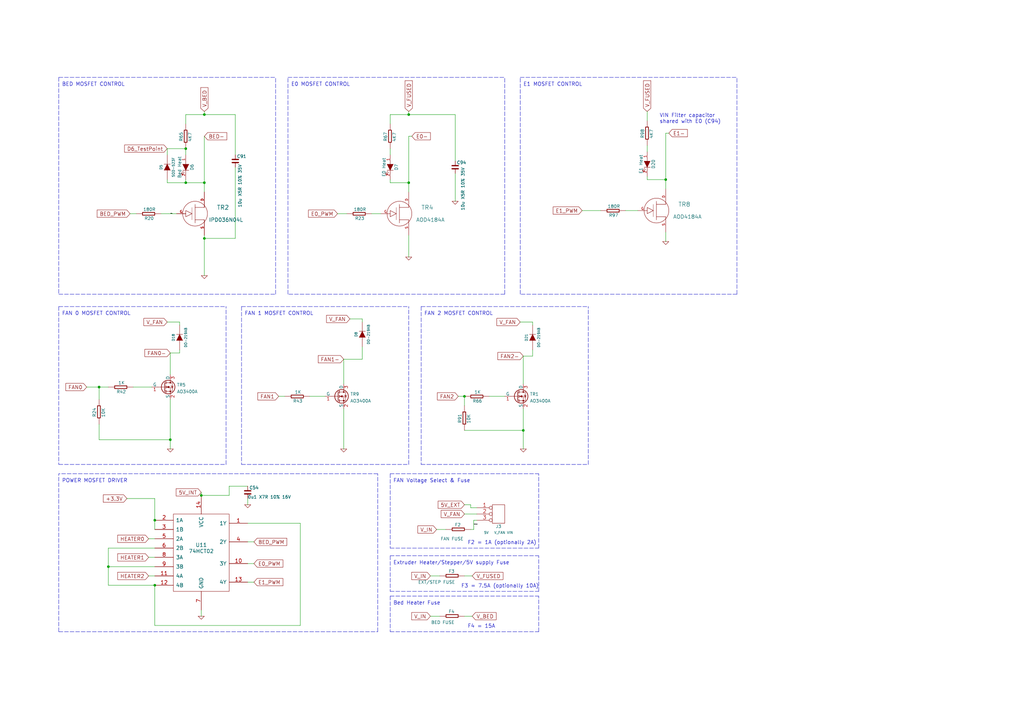
<source format=kicad_sch>
(kicad_sch (version 20211123) (generator eeschema)
  (paper "A3")
  (title_block (title "Duet 2") (date "2023-04-06") (rev "1.06") (company "Duet3D") (comment 1 "https://github.com/T3P3/Duet/blob/master/LICENSE"))
  (lib_symbols
    (symbol "Device:Q_NMOS_GSD" (pin_names (offset 0))
      (property "Reference" "Q" (at 5.08 1.27 0))
      (property "Value" "Q_NMOS_GSD" (at 5.08 -1.27 0))
      (symbol "Q_NMOS_GSD_0_1"
        (polyline (pts (xy 0.254 0) (xy -2.54 0)))
        (polyline (pts (xy 0.254 1.905) (xy 0.254 -1.905)) (stroke (width 0.254)))
        (polyline (pts (xy 0.762 -1.27) (xy 0.762 -2.286)) (stroke (width 0.254)))
        (polyline (pts (xy 0.762 0.508) (xy 0.762 -0.508)) (stroke (width 0.254)))
        (polyline (pts (xy 0.762 2.286) (xy 0.762 1.27)) (stroke (width 0.254)))
        (polyline (pts (xy 2.54 2.54) (xy 2.54 1.778)))
        (polyline (pts (xy 2.54 -2.54) (xy 2.54 0) (xy 0.762 0)))
        (polyline (pts (xy 0.762 -1.778) (xy 3.302 -1.778) (xy 3.302 1.778) (xy 0.762 1.778)))
        (polyline (pts (xy 1.016 0) (xy 2.032 0.381) (xy 2.032 -0.381) (xy 1.016 0)) (fill (type outline)))
        (polyline (pts (xy 2.794 0.508) (xy 2.921 0.381) (xy 3.683 0.381) (xy 3.81 0.254)))
        (polyline (pts (xy 3.302 0.381) (xy 2.921 -0.254) (xy 3.683 -0.254) (xy 3.302 0.381)))
        (circle (center 1.651 0) (radius 2.794) (stroke (width 0.254)))
        (circle (center 2.54 -1.778) (radius 0.254) (fill (type outline)))
        (circle (center 2.54 1.778) (radius 0.254) (fill (type outline)))
      )
      (symbol "Q_NMOS_GSD_1_1"
        (pin input line (at -5.08 0 0) (length 2.54) (name "G") (number "1"))
        (pin passive line (at 2.54 -5.08 90) (length 2.54) (name "S") (number "2"))
        (pin passive line (at 2.54 5.08 270) (length 2.54) (name "D") (number "3"))
      )
    )
    (symbol "DuetWifi:74HCT02" (pin_names (offset 1.016))
      (property "Reference" "U" (at 0 1.27 0))
      (property "Value" "74HCT02" (at 0 -1.27 0))
      (symbol "74HCT02_0_1"
        (rectangle (start -11.43 13.97) (end 11.43 -17.78))
      )
      (symbol "74HCT02_1_1"
        (pin power_in line (at 19.05 10.16 180) (length 7.62) (name "1Y") (number "1"))
        (pin power_in line (at 19.05 -6.35 180) (length 7.62) (name "3Y") (number "10"))
        (pin power_in line (at -19.05 -11.43 0) (length 7.62) (name "4A") (number "11"))
        (pin power_in line (at -19.05 -15.24 0) (length 7.62) (name "4B") (number "12"))
        (pin power_in line (at 19.05 -13.97 180) (length 7.62) (name "4Y") (number "13"))
        (pin power_in line (at 0 21.59 270) (length 7.62) (name "VCC") (number "14"))
        (pin power_in line (at -19.05 11.43 0) (length 7.62) (name "1A") (number "2"))
        (pin power_in line (at -19.05 7.62 0) (length 7.62) (name "1B") (number "3"))
        (pin power_in line (at 19.05 2.54 180) (length 7.62) (name "2Y") (number "4"))
        (pin power_in line (at -19.05 3.81 0) (length 7.62) (name "2A") (number "5"))
        (pin power_in line (at -19.05 0 0) (length 7.62) (name "2B") (number "6"))
        (pin power_in line (at 0 -25.4 90) (length 7.62) (name "GND") (number "7"))
        (pin power_in line (at -19.05 -3.81 0) (length 7.62) (name "3A") (number "8"))
        (pin power_in line (at -19.05 -7.62 0) (length 7.62) (name "3B") (number "9"))
      )
    )
    (symbol "DuetWifi:CONN3" (pin_names (offset 1.016) hide)
      (property "Reference" "J" (at 0 -5.08 0))
      (property "Value" "CONN3" (at 1.27 0 90))
      (symbol "CONN3_0_1"
        (rectangle (start -2.54 3.81) (end 2.54 -3.81))
      )
      (symbol "CONN3_1_1"
        (pin passive inverted (at -8.89 2.54 0) (length 6.35) (name "P1") (number "1"))
        (pin passive inverted (at -8.89 0 0) (length 6.35) (name "PM") (number "2"))
        (pin passive inverted (at -8.89 -2.54 0) (length 6.35) (name "P3") (number "3"))
      )
    )
    (symbol "DuetWifi:C_SMALL" (pin_numbers hide) (pin_names (offset 0.254))
      (property "Reference" "C" (at 0.635 1.905 0))
      (property "Value" "C_SMALL" (at 0 -1.905 0))
      (symbol "C_SMALL_0_1"
        (polyline (pts (xy -1.27 -0.635) (xy 1.27 -0.635)) (stroke (width 0.508)))
        (polyline (pts (xy -1.27 0.635) (xy 1.27 0.635)) (stroke (width 0.508)))
      )
      (symbol "C_SMALL_1_1"
        (pin passive line (at 0 2.54 270) (length 1.905) (name "~") (number "1"))
        (pin passive line (at 0 -2.54 90) (length 1.905) (name "~") (number "2"))
      )
    )
    (symbol "DuetWifi:DIODE" (pin_numbers hide) (pin_names (offset 1.016) hide)
      (property "Reference" "D" (at 0 2.54 0))
      (property "Value" "DIODE" (at 0 -2.54 0))
      (symbol "DIODE_0_1"
        (polyline (pts (xy 1.27 1.27) (xy 1.27 -1.27)) (stroke (width 0.1524)))
        (polyline (pts (xy -1.27 1.27) (xy 1.27 0) (xy -1.27 -1.27)) (fill (type outline)))
      )
      (symbol "DIODE_1_1"
        (pin passive line (at 5.08 0 180) (length 3.81) (name "K") (number "1"))
        (pin passive line (at -5.08 0 0) (length 3.81) (name "A") (number "2"))
      )
    )
    (symbol "DuetWifi:GND" (power) (pin_names (offset 0))
      (symbol "GND_0_1"
        (polyline (pts (xy -1.27 0) (xy 0 -1.27) (xy 1.27 0) (xy -1.27 0)))
      )
      (symbol "GND_1_1"
        (pin power_in line (at 0 0 90) (length 0) hide (name "GND") (number "1"))
      )
    )
    (symbol "DuetWifi:IPD036N04L" (pin_names (offset 0.762) hide)
      (property "Reference" "TR" (at -2.4638 6.35 0))
      (property "Value" "IPD036N04L" (at -3.7338 -7.5438 0))
      (symbol "IPD036N04L_0_1"
        (polyline (pts (xy 0 -3.81) (xy 0 3.81)) (stroke (width 0.1524)))
        (polyline (pts (xy 0 -2.54) (xy 3.81 -2.54)))
        (polyline (pts (xy 0 2.54) (xy 3.81 2.54)))
        (polyline (pts (xy -1.27 2.54) (xy -1.27 -2.54) (xy -1.27 -2.54)) (stroke (width 0.1016)))
        (polyline (pts (xy -1.27 0) (xy -3.81 -1.27) (xy -3.81 1.27) (xy -1.27 0) (xy -1.27 0)))
        (circle (center 0 0) (radius 5.08))
      )
      (symbol "IPD036N04L_1_1"
        (pin passive line (at 3.81 8.89 270) (length 6.35) (name "D") (number "D"))
        (pin input line (at -7.62 0 0) (length 3.81) (name "G") (number "G"))
        (pin passive line (at 3.81 -8.89 90) (length 6.35) (name "S") (number "S"))
      )
    )
    (symbol "DuetWifi:LED" (pin_names (offset 1.016) hide)
      (property "Reference" "D" (at 0 2.54 0))
      (property "Value" "LED" (at 0 -2.54 0))
      (symbol "LED_0_1"
        (polyline (pts (xy 1.27 1.27) (xy 1.27 -1.27)))
        (polyline (pts (xy -1.27 1.27) (xy 1.27 0) (xy -1.27 -1.27)) (fill (type outline)))
        (polyline (pts (xy 1.651 -1.016) (xy 2.794 -2.032) (xy 2.667 -1.397)))
        (polyline (pts (xy 2.032 -0.635) (xy 3.175 -1.651) (xy 3.048 -1.016)))
      )
      (symbol "LED_1_1"
        (pin passive line (at -5.08 0 0) (length 3.81) (name "A") (number "1"))
        (pin passive line (at 5.08 0 180) (length 3.81) (name "K") (number "2"))
      )
    )
    (symbol "DuetWifi:R_SMALL" (pin_numbers hide) (pin_names (offset 0))
      (property "Reference" "R" (at 1.905 0.2032 90))
      (property "Value" "R_SMALL" (at -1.7272 0.3048 90))
      (symbol "R_SMALL_0_1"
        (rectangle (start -0.508 2.4892) (end 0.635 -2.4892) (stroke (width 0.3048)))
      )
      (symbol "R_SMALL_1_1"
        (pin passive line (at 0 5.08 270) (length 2.54) (name "~") (number "1"))
        (pin passive line (at 0 -5.08 90) (length 2.54) (name "~") (number "2"))
      )
    )
  )
  (junction (at 83.82 46.99))
  (junction (at 273.05 73.66))
  (junction (at 44.45 232.41))
  (junction (at 63.5 240.03))
  (junction (at 83.82 74.93))
  (junction (at 76.2 60.96))
  (junction (at 63.5 213.36))
  (junction (at 69.85 180.34))
  (junction (at 167.64 74.93))
  (junction (at 40.64 158.75))
  (junction (at 167.64 46.99))
  (junction (at 214.63 176.53))
  (junction (at 76.2 74.93))
  (junction (at 83.82 97.79))
  (junction (at 190.5 162.56))
  (junction (at 82.55 203.2))
  (polyline (pts (xy 220.98 242.57) (xy 220.98 227.965)))
  (polyline (pts (xy 99.06 190.5) (xy 167.64 190.5)))
  (wire (pts (xy 148.59 130.81) (xy 143.51 130.81)))
  (wire (pts (xy 40.64 158.75) (xy 44.45 158.75)))
  (wire (pts (xy 76.2 60.96) (xy 68.58 60.96)))
  (wire (pts (xy 140.97 147.32) (xy 140.97 157.48)))
  (wire (pts (xy 63.5 204.47) (xy 63.5 213.36)))
  (polyline (pts (xy 24.13 190.5) (xy 92.71 190.5)))
  (wire (pts (xy 104.14 222.25) (xy 101.6 222.25)))
  (wire (pts (xy 83.82 74.93) (xy 83.82 78.74)))
  (wire (pts (xy 123.19 256.54) (xy 63.5 256.54)))
  (wire (pts (xy 44.45 240.03) (xy 44.45 232.41)))
  (wire (pts (xy 274.32 54.61) (xy 273.05 54.61)))
  (polyline (pts (xy 24.13 31.75) (xy 113.03 31.75)))
  (wire (pts (xy 69.85 163.83) (xy 69.85 180.34)))
  (wire (pts (xy 60.96 236.22) (xy 63.5 236.22)))
  (wire (pts (xy 93.98 199.39) (xy 101.6 199.39)))
  (wire (pts (xy 138.43 87.63) (xy 142.24 87.63)))
  (polyline (pts (xy 213.36 120.65) (xy 213.36 31.75)))
  (wire (pts (xy 35.56 158.75) (xy 40.64 158.75)))
  (polyline (pts (xy 160.02 194.31) (xy 220.98 194.31)))
  (wire (pts (xy 167.64 46.99) (xy 186.69 46.99)))
  (wire (pts (xy 167.64 45.72) (xy 167.64 46.99)))
  (wire (pts (xy 93.98 203.2) (xy 93.98 199.39)))
  (wire (pts (xy 66.04 87.63) (xy 72.39 87.63)))
  (polyline (pts (xy 172.72 125.73) (xy 172.72 190.5)))
  (wire (pts (xy 140.97 167.64) (xy 140.97 184.15)))
  (wire (pts (xy 182.88 217.17) (xy 179.07 217.17)))
  (wire (pts (xy 73.66 132.08) (xy 68.58 132.08)))
  (wire (pts (xy 76.2 46.99) (xy 76.2 50.8)))
  (wire (pts (xy 83.82 96.52) (xy 83.82 97.79)))
  (wire (pts (xy 63.5 213.36) (xy 63.5 217.17)))
  (wire (pts (xy 68.58 60.96) (xy 68.58 63.5)))
  (wire (pts (xy 190.5 252.73) (xy 193.675 252.73)))
  (wire (pts (xy 73.66 133.35) (xy 73.66 132.08)))
  (wire (pts (xy 160.02 74.93) (xy 160.02 73.66)))
  (polyline (pts (xy 213.36 31.75) (xy 302.26 31.75)))
  (wire (pts (xy 218.44 132.08) (xy 213.36 132.08)))
  (wire (pts (xy 190.5 210.82) (xy 195.58 210.82)))
  (wire (pts (xy 69.85 144.78) (xy 69.85 153.67)))
  (wire (pts (xy 76.2 46.99) (xy 83.82 46.99)))
  (polyline (pts (xy 302.26 120.65) (xy 213.36 120.65)))
  (wire (pts (xy 167.64 55.88) (xy 167.64 74.93)))
  (wire (pts (xy 265.43 59.69) (xy 265.43 62.23)))
  (wire (pts (xy 83.82 55.88) (xy 83.82 74.93)))
  (wire (pts (xy 63.5 240.03) (xy 44.45 240.03)))
  (polyline (pts (xy 118.11 120.65) (xy 118.11 31.75)))
  (wire (pts (xy 160.02 46.99) (xy 160.02 50.8)))
  (wire (pts (xy 160.02 46.99) (xy 167.64 46.99)))
  (wire (pts (xy 44.45 224.79) (xy 63.5 224.79)))
  (polyline (pts (xy 220.98 224.79) (xy 220.98 194.31)))
  (wire (pts (xy 96.52 97.79) (xy 83.82 97.79)))
  (wire (pts (xy 40.64 180.34) (xy 69.85 180.34)))
  (wire (pts (xy 238.76 86.36) (xy 246.38 86.36)))
  (wire (pts (xy 68.58 74.93) (xy 76.2 74.93)))
  (wire (pts (xy 76.2 74.93) (xy 83.82 74.93)))
  (wire (pts (xy 256.54 86.36) (xy 261.62 86.36)))
  (wire (pts (xy 52.07 204.47) (xy 63.5 204.47)))
  (wire (pts (xy 207.01 162.56) (xy 200.66 162.56)))
  (wire (pts (xy 53.34 87.63) (xy 55.88 87.63)))
  (wire (pts (xy 190.5 162.56) (xy 187.96 162.56)))
  (wire (pts (xy 190.5 176.53) (xy 214.63 176.53)))
  (wire (pts (xy 69.85 144.78) (xy 73.66 144.78)))
  (wire (pts (xy 186.69 46.99) (xy 186.69 66.04)))
  (wire (pts (xy 123.19 214.63) (xy 123.19 256.54)))
  (polyline (pts (xy 207.01 120.65) (xy 207.01 31.75)))
  (wire (pts (xy 190.5 166.37) (xy 190.5 162.56)))
  (wire (pts (xy 62.23 158.75) (xy 54.61 158.75)))
  (wire (pts (xy 214.63 146.05) (xy 214.63 157.48)))
  (wire (pts (xy 133.35 162.56) (xy 127 162.56)))
  (wire (pts (xy 44.45 232.41) (xy 63.5 232.41)))
  (wire (pts (xy 214.63 167.64) (xy 214.63 176.53)))
  (wire (pts (xy 180.34 252.73) (xy 176.53 252.73)))
  (wire (pts (xy 193.04 207.01) (xy 193.04 208.28)))
  (wire (pts (xy 60.96 228.6) (xy 63.5 228.6)))
  (wire (pts (xy 160.02 60.96) (xy 160.02 63.5)))
  (polyline (pts (xy 160.02 194.31) (xy 160.02 224.79)))
  (polyline (pts (xy 24.13 125.73) (xy 24.13 190.5)))
  (wire (pts (xy 265.43 73.66) (xy 265.43 72.39)))
  (wire (pts (xy 167.64 96.52) (xy 167.64 105.41)))
  (polyline (pts (xy 160.02 259.08) (xy 220.98 259.08)))
  (wire (pts (xy 140.97 147.32) (xy 148.59 147.32)))
  (wire (pts (xy 76.2 60.96) (xy 76.2 63.5)))
  (wire (pts (xy 148.59 132.08) (xy 148.59 130.81)))
  (polyline (pts (xy 99.06 125.73) (xy 167.64 125.73)))
  (wire (pts (xy 265.43 45.72) (xy 265.43 49.53)))
  (polyline (pts (xy 302.26 120.65) (xy 302.26 31.75)))
  (polyline (pts (xy 241.3 190.5) (xy 241.3 125.73)))
  (wire (pts (xy 148.59 147.32) (xy 148.59 142.24)))
  (wire (pts (xy 214.63 146.05) (xy 218.44 146.05)))
  (wire (pts (xy 218.44 146.05) (xy 218.44 143.51)))
  (wire (pts (xy 82.55 203.2) (xy 82.55 201.93)))
  (wire (pts (xy 180.34 236.22) (xy 176.53 236.22)))
  (polyline (pts (xy 154.94 194.31) (xy 24.13 194.31)))
  (wire (pts (xy 273.05 73.66) (xy 265.43 73.66)))
  (wire (pts (xy 273.05 99.06) (xy 273.05 95.25)))
  (wire (pts (xy 190.5 236.22) (xy 193.675 236.22)))
  (polyline (pts (xy 160.02 244.475) (xy 160.02 259.08)))
  (wire (pts (xy 186.69 71.12) (xy 186.69 82.55)))
  (wire (pts (xy 168.91 55.88) (xy 167.64 55.88)))
  (wire (pts (xy 82.55 250.19) (xy 82.55 252.73)))
  (wire (pts (xy 152.4 87.63) (xy 156.21 87.63)))
  (wire (pts (xy 73.66 144.78) (xy 73.66 143.51)))
  (wire (pts (xy 82.55 203.2) (xy 93.98 203.2)))
  (wire (pts (xy 69.85 180.34) (xy 69.85 184.15)))
  (wire (pts (xy 96.52 68.58) (xy 96.52 97.79)))
  (wire (pts (xy 101.6 238.76) (xy 104.14 238.76)))
  (polyline (pts (xy 207.01 120.65) (xy 118.11 120.65)))
  (polyline (pts (xy 160.02 227.965) (xy 160.02 242.57)))
  (polyline (pts (xy 118.11 31.75) (xy 207.01 31.75)))
  (wire (pts (xy 218.44 133.35) (xy 218.44 132.08)))
  (polyline (pts (xy 24.13 31.75) (xy 24.13 120.65)))
  (wire (pts (xy 167.64 74.93) (xy 167.64 78.74)))
  (wire (pts (xy 194.31 217.17) (xy 194.31 213.36)))
  (polyline (pts (xy 160.02 244.475) (xy 220.98 244.475)))
  (wire (pts (xy 101.6 214.63) (xy 123.19 214.63)))
  (wire (pts (xy 167.64 74.93) (xy 160.02 74.93)))
  (polyline (pts (xy 113.03 120.65) (xy 113.03 31.75)))
  (wire (pts (xy 214.63 176.53) (xy 214.63 184.15)))
  (wire (pts (xy 40.64 173.99) (xy 40.64 180.34)))
  (wire (pts (xy 63.5 256.54) (xy 63.5 240.03)))
  (wire (pts (xy 76.2 73.66) (xy 76.2 74.93)))
  (polyline (pts (xy 154.94 259.08) (xy 154.94 194.31)))
  (wire (pts (xy 83.82 97.79) (xy 83.82 113.03)))
  (wire (pts (xy 193.04 217.17) (xy 194.31 217.17)))
  (wire (pts (xy 96.52 46.99) (xy 96.52 63.5)))
  (wire (pts (xy 40.64 158.75) (xy 40.64 163.83)))
  (polyline (pts (xy 172.72 125.73) (xy 241.3 125.73)))
  (wire (pts (xy 273.05 73.66) (xy 273.05 77.47)))
  (polyline (pts (xy 24.13 125.73) (xy 92.71 125.73)))
  (polyline (pts (xy 24.13 259.08) (xy 24.13 194.31)))
  (wire (pts (xy 273.05 54.61) (xy 273.05 73.66)))
  (wire (pts (xy 83.82 45.72) (xy 83.82 46.99)))
  (wire (pts (xy 60.96 220.98) (xy 63.5 220.98)))
  (polyline (pts (xy 160.02 227.965) (xy 220.98 227.965)))
  (polyline (pts (xy 220.98 259.08) (xy 220.98 244.475)))
  (wire (pts (xy 190.5 207.01) (xy 193.04 207.01)))
  (wire (pts (xy 101.6 204.47) (xy 101.6 207.01)))
  (polyline (pts (xy 24.13 259.08) (xy 154.94 259.08)))
  (polyline (pts (xy 99.06 125.73) (xy 99.06 190.5)))
  (wire (pts (xy 104.14 231.14) (xy 101.6 231.14)))
  (polyline (pts (xy 92.71 190.5) (xy 92.71 125.73)))
  (wire (pts (xy 194.31 213.36) (xy 195.58 213.36)))
  (polyline (pts (xy 24.13 120.65) (xy 113.03 120.65)))
  (wire (pts (xy 193.04 208.28) (xy 195.58 208.28)))
  (polyline (pts (xy 172.72 190.5) (xy 241.3 190.5)))
  (wire (pts (xy 68.58 74.93) (xy 68.58 73.66)))
  (wire (pts (xy 116.84 162.56) (xy 114.3 162.56)))
  (polyline (pts (xy 160.02 242.57) (xy 220.98 242.57)))
  (wire (pts (xy 44.45 232.41) (xy 44.45 224.79)))
  (polyline (pts (xy 160.02 224.79) (xy 220.98 224.79)))
  (polyline (pts (xy 167.64 190.5) (xy 167.64 125.73)))
  (wire (pts (xy 83.82 46.99) (xy 96.52 46.99)))
  (text "Bed Heater Fuse" (at 161.29 248.285 0) (effects (font (size 1.524 1.524)) (justify left bottom)))
  (text "F2 = 1A (optionally 2A)" (at 191.77 223.52 0) (effects (font (size 1.524 1.524)) (justify left bottom)))
  (text "Extruder Heater/Stepper/5V supply Fuse" (at 161.29 231.775 0) (effects (font (size 1.524 1.524)) (justify left bottom)))
  (text "FAN 1 MOSFET CONTROL" (at 100.33 129.54 0) (effects (font (size 1.524 1.524)) (justify left bottom)))
  (text "F4 = 15A" (at 191.77 257.81 0) (effects (font (size 1.524 1.524)) (justify left bottom)))
  (text "FAN 0 MOSFET CONTROL" (at 25.4 129.54 0) (effects (font (size 1.524 1.524)) (justify left bottom)))
  (text "FAN 2 MOSFET CONTROL" (at 173.99 129.54 0) (effects (font (size 1.524 1.524)) (justify left bottom)))
  (text "VIN Filter capacitor\nshared with E0 (C94)" (at 270.51 50.8 0) (effects (font (size 1.524 1.524)) (justify left bottom)))
  (text "POWER MOSFET DRIVER" (at 25.4 198.12 0) (effects (font (size 1.524 1.524)) (justify left bottom)))
  (text "E1 MOSFET CONTROL" (at 214.63 35.56 0) (effects (font (size 1.524 1.524)) (justify left bottom)))
  (text "E0 MOSFET CONTROL" (at 119.38 35.56 0) (effects (font (size 1.524 1.524)) (justify left bottom)))
  (text " F3 = 7.5A (optionally 10A)" (at 187.96 241.3 0) (effects (font (size 1.524 1.524)) (justify left bottom)))
  (text "BED MOSFET CONTROL" (at 25.4 35.56 0) (effects (font (size 1.524 1.524)) (justify left bottom)))
  (text "FAN Voltage Select & Fuse" (at 161.29 198.12 0) (effects (font (size 1.524 1.524)) (justify left bottom)))
  (label "vfanfused" (at 194.31 215.138 0) (effects (font (size 0.2 0.2))))
  (label "bedg" (at 69.85 87.63 0) (effects (font (size 0.2 0.2))))
  (global_label "BED_PWM" (shape input) (at 53.34 87.63 180) (effects (font (size 1.524 1.524))) (property "Intersheet References" "${INTERSHEET_REFS}" (effects hide)))
  (global_label "V_FAN" (shape input) (at 213.36 132.08 180) (effects (font (size 1.524 1.524))) (property "Intersheet References" "${INTERSHEET_REFS}" (effects hide)))
  (global_label "V_BED" (shape input) (at 83.82 45.72 90) (effects (font (size 1.524 1.524))) (property "Intersheet References" "${INTERSHEET_REFS}" (effects hide)))
  (global_label "HEATER0" (shape input) (at 60.96 220.98 180) (effects (font (size 1.524 1.524))) (property "Intersheet References" "${INTERSHEET_REFS}" (effects hide)))
  (global_label "E1-" (shape input) (at 274.32 54.61 0) (effects (font (size 1.524 1.524))) (property "Intersheet References" "${INTERSHEET_REFS}" (effects hide)))
  (global_label "FAN0-" (shape input) (at 69.85 144.78 180) (effects (font (size 1.524 1.524))) (property "Intersheet References" "${INTERSHEET_REFS}" (effects hide)))
  (global_label "V_BED" (shape input) (at 193.675 252.73 0) (effects (font (size 1.524 1.524))) (property "Intersheet References" "${INTERSHEET_REFS}" (effects hide)))
  (global_label "E0-" (shape input) (at 168.91 55.88 0) (effects (font (size 1.524 1.524))) (property "Intersheet References" "${INTERSHEET_REFS}" (effects hide)))
  (global_label "5V_EXT" (shape input) (at 190.5 207.01 180) (effects (font (size 1.524 1.524))) (property "Intersheet References" "${INTERSHEET_REFS}" (effects hide)))
  (global_label "V_FAN" (shape input) (at 190.5 210.82 180) (effects (font (size 1.524 1.524))) (property "Intersheet References" "${INTERSHEET_REFS}" (effects hide)))
  (global_label "E0_PWM" (shape input) (at 138.43 87.63 180) (effects (font (size 1.524 1.524))) (property "Intersheet References" "${INTERSHEET_REFS}" (effects hide)))
  (global_label "E1_PWM" (shape input) (at 104.14 238.76 0) (effects (font (size 1.524 1.524))) (property "Intersheet References" "${INTERSHEET_REFS}" (effects hide)))
  (global_label "E1_PWM" (shape input) (at 238.76 86.36 180) (effects (font (size 1.524 1.524))) (property "Intersheet References" "${INTERSHEET_REFS}" (effects hide)))
  (global_label "V_IN" (shape input) (at 176.53 252.73 180) (effects (font (size 1.524 1.524))) (property "Intersheet References" "${INTERSHEET_REFS}" (effects hide)))
  (global_label "5V_INT" (shape input) (at 82.55 201.93 180) (effects (font (size 1.524 1.524))) (property "Intersheet References" "${INTERSHEET_REFS}" (effects hide)))
  (global_label "V_IN" (shape input) (at 176.53 236.22 180) (effects (font (size 1.524 1.524))) (property "Intersheet References" "${INTERSHEET_REFS}" (effects hide)))
  (global_label "E0_PWM" (shape input) (at 104.14 231.14 0) (effects (font (size 1.524 1.524))) (property "Intersheet References" "${INTERSHEET_REFS}" (effects hide)))
  (global_label "FAN1-" (shape input) (at 140.97 147.32 180) (effects (font (size 1.524 1.524))) (property "Intersheet References" "${INTERSHEET_REFS}" (effects hide)))
  (global_label "BED_PWM" (shape input) (at 104.14 222.25 0) (effects (font (size 1.524 1.524))) (property "Intersheet References" "${INTERSHEET_REFS}" (effects hide)))
  (global_label "V_FAN" (shape input) (at 143.51 130.81 180) (effects (font (size 1.524 1.524))) (property "Intersheet References" "${INTERSHEET_REFS}" (effects hide)))
  (global_label "V_FAN" (shape input) (at 68.58 132.08 180) (effects (font (size 1.524 1.524))) (property "Intersheet References" "${INTERSHEET_REFS}" (effects hide)))
  (global_label "V_FUSED" (shape input) (at 167.64 45.72 90) (effects (font (size 1.524 1.524))) (property "Intersheet References" "${INTERSHEET_REFS}" (effects hide)))
  (global_label "D6_TestPoint" (shape input) (at 68.58 60.96 180) (effects (font (size 1.524 1.524))) (property "Intersheet References" "${INTERSHEET_REFS}" (effects hide)))
  (global_label "FAN2-" (shape input) (at 214.63 146.05 180) (effects (font (size 1.524 1.524))) (property "Intersheet References" "${INTERSHEET_REFS}" (effects hide)))
  (global_label "FAN0" (shape input) (at 35.56 158.75 180) (effects (font (size 1.524 1.524))) (property "Intersheet References" "${INTERSHEET_REFS}" (effects hide)))
  (global_label "HEATER1" (shape input) (at 60.96 228.6 180) (effects (font (size 1.524 1.524))) (property "Intersheet References" "${INTERSHEET_REFS}" (effects hide)))
  (global_label "+3.3V" (shape input) (at 52.07 204.47 180) (effects (font (size 1.524 1.524))) (property "Intersheet References" "${INTERSHEET_REFS}" (effects hide)))
  (global_label "BED-" (shape input) (at 83.82 55.88 0) (effects (font (size 1.524 1.524))) (property "Intersheet References" "${INTERSHEET_REFS}" (effects hide)))
  (global_label "V_IN" (shape input) (at 179.07 217.17 180) (effects (font (size 1.524 1.524))) (property "Intersheet References" "${INTERSHEET_REFS}" (effects hide)))
  (global_label "FAN2" (shape input) (at 187.96 162.56 180) (effects (font (size 1.524 1.524))) (property "Intersheet References" "${INTERSHEET_REFS}" (effects hide)))
  (global_label "HEATER2" (shape input) (at 60.96 236.22 180) (effects (font (size 1.524 1.524))) (property "Intersheet References" "${INTERSHEET_REFS}" (effects hide)))
  (global_label "FAN1" (shape input) (at 114.3 162.56 180) (effects (font (size 1.524 1.524))) (property "Intersheet References" "${INTERSHEET_REFS}" (effects hide)))
  (global_label "V_FUSED" (shape input) (at 193.675 236.22 0) (effects (font (size 1.524 1.524))) (property "Intersheet References" "${INTERSHEET_REFS}" (effects hide)))
  (global_label "V_FUSED" (shape input) (at 265.43 45.72 90) (effects (font (size 1.524 1.524))) (property "Intersheet References" "${INTERSHEET_REFS}" (effects hide)))
  (symbol (lib_id "DuetWifi:GND") (at 83.82 113.03 0) (unit 1)
    (property "Reference" "#PWR077" (effects hide))
    (property "Value" "GND" (effects hide))
  )
  (symbol (lib_id "DuetWifi:IPD036N04L") (at 80.01 87.63 0) (unit 1)
    (property "Reference" "TR2" (at 91.44 85.09 0) (effects (font (size 1.778 1.778))))
    (property "Value" "IPD036N04L" (at 92.71 90.17 0) (effects (font (size 1.524 1.524))))
    (property "Footprint" "complib:D-PAK" (effects hide))
    (property "Part Number" "IPD90N03S4L03" (effects hide))
  )
  (symbol (lib_id "DuetWifi:LED") (at 76.2 68.58 270) (unit 1)
    (property "Reference" "D6" (at 78.74 68.58 0))
    (property "Value" "Bed Heat" (at 73.66 68.58 0))
    (property "Footprint" "complib:D_0603" (effects hide))
    (property "Part Number" "150060RS75000" (effects hide))
  )
  (symbol (lib_id "DuetWifi:LED") (at 160.02 68.58 270) (unit 1)
    (property "Reference" "D7" (at 162.56 68.58 0))
    (property "Value" "E0 Heat" (at 157.48 68.58 0))
    (property "Footprint" "complib:D_0603" (effects hide))
    (property "Part Number" "150060RS75000" (effects hide))
  )
  (symbol (lib_id "DuetWifi:GND") (at 167.64 105.41 0) (unit 1)
    (property "Reference" "#PWR076" (effects hide))
    (property "Value" "GND" (effects hide))
  )
  (symbol (lib_id "DuetWifi:GND") (at 69.85 184.15 0) (unit 1)
    (property "Reference" "#PWR075" (effects hide))
    (property "Value" "GND" (effects hide))
  )
  (symbol (lib_id "DuetWifi:LED") (at 265.43 67.31 270) (unit 1)
    (property "Reference" "D20" (at 267.97 67.31 0))
    (property "Value" "E1 Heat" (at 262.89 67.31 0))
    (property "Footprint" "complib:D_0603" (effects hide))
    (property "Part Number" "150060RS75000" (effects hide))
  )
  (symbol (lib_id "DuetWifi:GND") (at 140.97 184.15 0) (unit 1)
    (property "Reference" "#PWR078" (effects hide))
    (property "Value" "GND" (effects hide))
  )
  (symbol (lib_id "DuetWifi:74HCT02") (at 82.55 224.79 0) (unit 1)
    (property "Reference" "U11" (at 82.55 223.52 0) (effects (font (size 1.524 1.524))))
    (property "Value" "74HCT02" (at 82.55 226.06 0) (effects (font (size 1.524 1.524))))
    (property "Footprint" "complib:TSSOP-14" (effects hide))
    (property "Part Number" "SN74HCT02PWR" (effects hide))
  )
  (symbol (lib_id "DuetWifi:GND") (at 82.55 252.73 0) (unit 1)
    (property "Reference" "#PWR079" (effects hide))
    (property "Value" "GND" (effects hide))
  )
  (symbol (lib_id "DuetWifi:R_SMALL") (at 76.2 55.88 180) (unit 1)
    (property "Reference" "R65" (at 74.295 56.0832 90))
    (property "Value" "4K7" (at 77.9272 56.1848 90))
    (property "Footprint" "Resistor_SMD:R_0603_1608Metric_Wbry" (effects hide))
    (property "Part Number" "ERJ3EKF4701V" (effects hide))
  )
  (symbol (lib_id "DuetWifi:R_SMALL") (at 160.02 55.88 180) (unit 1)
    (property "Reference" "R67" (at 158.115 56.0832 90))
    (property "Value" "4K7" (at 161.7472 56.1848 90))
    (property "Footprint" "Resistor_SMD:R_0603_1608Metric_Wbry" (effects hide))
    (property "Part Number" "ERJ3EKF4701V" (effects hide))
  )
  (symbol (lib_id "DuetWifi:R_SMALL") (at 265.43 54.61 180) (unit 1)
    (property "Reference" "R98" (at 263.525 54.8132 90))
    (property "Value" "4K7" (at 267.1572 54.9148 90))
    (property "Footprint" "Resistor_SMD:R_0603_1608Metric_Wbry" (effects hide))
    (property "Part Number" "ERJ3EKF4701V" (effects hide))
  )
  (symbol (lib_id "DuetWifi:R_SMALL") (at 40.64 168.91 180) (unit 1)
    (property "Reference" "R24" (at 38.735 169.1132 90))
    (property "Value" "10K" (at 42.3672 169.2148 90))
    (property "Footprint" "Resistor_SMD:R_0603_1608Metric_Wbry" (effects hide))
    (property "Part Number" "RMCF0603FT10K0" (effects hide))
  )
  (symbol (lib_id "DuetWifi:R_SMALL") (at 60.96 87.63 270) (unit 1)
    (property "Reference" "R20" (at 61.1632 89.535 90))
    (property "Value" "180R" (at 61.2648 85.9028 90))
    (property "Footprint" "Resistor_SMD:R_0603_1608Metric_Wbry" (effects hide))
    (property "Part Number" "ERJ3EKF1800V" (effects hide))
  )
  (symbol (lib_id "DuetWifi:C_SMALL") (at 96.52 66.04 0) (unit 1)
    (property "Reference" "C91" (at 97.155 64.135 0) (effects (justify left)))
    (property "Value" "10u X5R 10% 35V" (at 98.425 85.09 90) (effects (justify left)))
    (property "Footprint" "Capacitor_SMD:C_1206_3216Metric" (effects hide))
    (property "Part Number" "GMK316BJ106KL-T" (effects hide))
  )
  (symbol (lib_id "DuetWifi:C_SMALL") (at 186.69 68.58 0) (unit 1)
    (property "Reference" "C94" (at 187.325 66.675 0) (effects (justify left)))
    (property "Value" "10u X5R 10% 35V" (at 189.865 86.36 90) (effects (justify left)))
    (property "Footprint" "Capacitor_SMD:C_1206_3216Metric" (effects hide))
    (property "Part Number" "GMK316BJ106KL-T" (effects hide))
  )
  (symbol (lib_id "DuetWifi:R_SMALL") (at 147.32 87.63 270) (unit 1)
    (property "Reference" "R23" (at 147.5232 89.535 90))
    (property "Value" "180R" (at 147.6248 85.9028 90))
    (property "Footprint" "Resistor_SMD:R_0603_1608Metric_Wbry" (effects hide))
    (property "Part Number" "ERJ3EKF1800V" (effects hide))
  )
  (symbol (lib_id "DuetWifi:R_SMALL") (at 251.46 86.36 270) (unit 1)
    (property "Reference" "R97" (at 251.6632 88.265 90))
    (property "Value" "180R" (at 251.7648 84.6328 90))
    (property "Footprint" "Resistor_SMD:R_0603_1608Metric_Wbry" (effects hide))
    (property "Part Number" "ERJ3EKF1800V" (effects hide))
  )
  (symbol (lib_id "DuetWifi:GND") (at 101.6 207.01 0) (unit 1)
    (property "Reference" "#PWR080" (effects hide))
    (property "Value" "GND" (effects hide))
  )
  (symbol (lib_id "DuetWifi:C_SMALL") (at 101.6 201.93 0) (unit 1)
    (property "Reference" "C54" (at 102.235 200.025 0) (effects (justify left)))
    (property "Value" "0u1 X7R 10% 16V" (at 101.6 203.835 0) (effects (justify left)))
    (property "Footprint" "Capacitor_SMD:C_0603_1608Metric_Wbry" (effects hide))
    (property "Part Number" "CL10B104KO8NNNC" (effects hide))
  )
  (symbol (lib_id "DuetWifi:GND") (at 186.69 82.55 0) (unit 1)
    (property "Reference" "#PWR081" (effects hide))
    (property "Value" "GND" (effects hide))
  )
  (symbol (lib_id "DuetWifi:GND") (at 273.05 99.06 0) (unit 1)
    (property "Reference" "#PWR082" (effects hide))
    (property "Value" "GND" (effects hide))
  )
  (symbol (lib_id "DuetWifi:R_SMALL") (at 49.53 158.75 270) (unit 1)
    (property "Reference" "R42" (at 49.7332 160.655 90))
    (property "Value" "1K" (at 49.8348 157.0228 90))
    (property "Footprint" "Resistor_SMD:R_0603_1608Metric_Wbry" (effects hide))
    (property "Part Number" "ERJ3EKF1001V" (effects hide))
  )
  (symbol (lib_id "DuetWifi:R_SMALL") (at 121.92 162.56 270) (unit 1)
    (property "Reference" "R43" (at 122.1232 164.465 90))
    (property "Value" "1K" (at 122.2248 160.8328 90))
    (property "Footprint" "Resistor_SMD:R_0603_1608Metric_Wbry" (effects hide))
    (property "Part Number" "ERJ3EKF1001V" (effects hide))
  )
  (symbol (lib_id "DuetWifi:IPD036N04L") (at 163.83 87.63 0) (unit 1)
    (property "Reference" "TR4" (at 175.26 85.09 0) (effects (font (size 1.778 1.778))))
    (property "Value" "AOD4184A" (at 176.53 90.17 0) (effects (font (size 1.524 1.524))))
    (property "Footprint" "complib:D-PAK" (effects hide))
    (property "Part Number" "AOD66406 / AOD4184A" (effects hide))
  )
  (symbol (lib_id "DuetWifi:IPD036N04L") (at 269.24 86.36 0) (unit 1)
    (property "Reference" "TR8" (at 280.67 83.82 0) (effects (font (size 1.778 1.778))))
    (property "Value" "AOD4184A" (at 281.94 88.9 0) (effects (font (size 1.524 1.524))))
    (property "Footprint" "complib:D-PAK" (effects hide))
    (property "Part Number" "AOD66406 / AOD4184A" (effects hide))
  )
  (symbol (lib_id "DuetWifi:GND") (at 214.63 184.15 0) (unit 1)
    (property "Reference" "#PWR083" (effects hide))
    (property "Value" "GND" (effects hide))
  )
  (symbol (lib_id "DuetWifi:R_SMALL") (at 195.58 162.56 270) (unit 1)
    (property "Reference" "R66" (at 195.7832 164.465 90))
    (property "Value" "1K" (at 195.8848 160.8328 90))
    (property "Footprint" "Resistor_SMD:R_0603_1608Metric_Wbry" (effects hide))
    (property "Part Number" "ERJ3EKF1001V" (effects hide))
  )
  (symbol (lib_id "DuetWifi:R_SMALL") (at 190.5 171.45 180) (unit 1)
    (property "Reference" "R91" (at 188.595 171.6532 90))
    (property "Value" "10K" (at 192.2272 171.7548 90))
    (property "Footprint" "Resistor_SMD:R_0603_1608Metric_Wbry" (effects hide))
    (property "Part Number" "RMCF0603FT10K0" (effects hide))
  )
  (symbol (lib_id "DuetWifi:DIODE") (at 68.58 68.58 90) (unit 1)
    (property "Reference" "D5" (at 66.04 68.58 0) (effects (font (size 1.016 1.016))))
    (property "Value" "SOD-523F" (at 71.12 68.58 0) (effects (font (size 1.016 1.016))))
    (property "Footprint" "complib:SOD-523F" (effects hide))
    (property "Part Number" "1N4448WT" (effects hide))
  )
  (symbol (lib_id "DuetWifi:CONN3") (at 204.47 210.82 0) (unit 1)
    (property "Reference" "J3" (at 204.47 215.9 0))
    (property "Value" "5V   V_FAN VIN" (at 204.47 218.44 0) (effects (font (size 1.016 1.016))))
    (property "Footprint" "complib:CONN_3x1" (effects hide))
    (property "Part Number" "THS-03-R" (effects hide))
  )
  (symbol (lib_id "DuetWifi:DIODE") (at 73.66 138.43 90) (unit 1)
    (property "Reference" "D18" (at 71.12 138.43 0) (effects (font (size 1.016 1.016))))
    (property "Value" "DO-219AB" (at 76.2 138.43 0) (effects (font (size 1.016 1.016))))
    (property "Footprint" "complib:DO-219AB" (effects hide))
    (property "Part Number" "ES1CL RVG / VS-1EFH02HM3/I" (effects hide))
  )
  (symbol (lib_id "DuetWifi:DIODE") (at 148.59 137.16 90) (unit 1)
    (property "Reference" "D8" (at 146.05 137.16 0) (effects (font (size 1.016 1.016))))
    (property "Value" "DO-219AB" (at 151.13 137.16 0) (effects (font (size 1.016 1.016))))
    (property "Footprint" "complib:DO-219AB" (effects hide))
    (property "Part Number" "ES1CL RVG / VS-1EFH02HM3/I" (effects hide))
  )
  (symbol (lib_id "DuetWifi:DIODE") (at 218.44 138.43 90) (unit 1)
    (property "Reference" "D21" (at 215.9 138.43 0) (effects (font (size 1.016 1.016))))
    (property "Value" "DO-219AB" (at 220.98 138.43 0) (effects (font (size 1.016 1.016))))
    (property "Footprint" "complib:DO-219AB" (effects hide))
    (property "Part Number" "ES1CL RVG / VS-1EFH02HM3/I" (effects hide))
  )
  (symbol (lib_id "DuetWifi:R_SMALL") (at 187.96 217.17 90) (unit 1)
    (property "Reference" "F2" (at 187.7568 215.265 90))
    (property "Value" "FAN FUSE" (at 185.42 220.98 90))
    (property "Footprint" "complib:MCCQ-122-minibladefuseholder" (effects hide))
    (property "Part Number" "MCCQ-122 + Fitted with 1A Fuse e.g. 168.6785.4102" (effects hide))
  )
  (symbol (lib_id "DuetWifi:R_SMALL") (at 185.42 236.22 90) (unit 1)
    (property "Reference" "F3" (at 185.2168 234.315 90))
    (property "Value" "EXT/STEP FUSE" (at 179.07 238.76 90))
    (property "Footprint" "complib:MCCQ-122-minibladefuseholder" (effects hide))
    (property "Part Number" "MCCQ-122 + Fitted with 7.5A Fuse e.g. 029707.5WXNV" (effects hide))
  )
  (symbol (lib_id "DuetWifi:R_SMALL") (at 185.42 252.73 90) (unit 1)
    (property "Reference" "F4" (at 185.2168 250.825 90))
    (property "Value" "BED FUSE" (at 181.61 255.27 90))
    (property "Footprint" "complib:MCCQ-122-minibladefuseholder" (effects hide))
    (property "Part Number" "MCCQ-122 + Fitted with 15A Fuse e.g. 029707.5WXNV" (effects hide))
  )
  (symbol (lib_id "Device:Q_NMOS_GSD") (at 138.43 162.56 0) (unit 1)
    (property "Reference" "TR9" (at 143.637 161.6515 0) (effects (justify left)))
    (property "Value" "AO3400A" (at 143.637 164.4266 0) (effects (justify left)))
    (property "Footprint" "complib:SOT-23_AO3400A" (effects hide))
    (property "Part Number" "AO3400A / AOSS32334C" (effects hide))
  )
  (symbol (lib_id "Device:Q_NMOS_GSD") (at 67.31 158.75 0) (unit 1)
    (property "Reference" "TR5" (at 72.517 157.8415 0) (effects (justify left)))
    (property "Value" "AO3400A" (at 72.517 160.6166 0) (effects (justify left)))
    (property "Footprint" "complib:SOT-23_AO3400A" (effects hide))
    (property "Part Number" "AO3400A / AOSS32334C" (effects hide))
  )
  (symbol (lib_id "Device:Q_NMOS_GSD") (at 212.09 162.56 0) (unit 1)
    (property "Reference" "TR1" (at 217.297 161.6515 0) (effects (justify left)))
    (property "Value" "AO3400A" (at 217.297 164.4266 0) (effects (justify left)))
    (property "Footprint" "complib:SOT-23_AO3400A" (effects hide))
    (property "Part Number" "AO3400A / AOSS32334C" (effects hide))
  )
)
</source>
